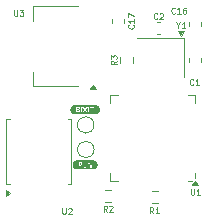
<source format=gbr>
%TF.GenerationSoftware,KiCad,Pcbnew,8.0.2-1*%
%TF.CreationDate,2024-05-28T17:37:15-06:00*%
%TF.ProjectId,magicreceiver,6d616769-6372-4656-9365-697665722e6b,rev?*%
%TF.SameCoordinates,Original*%
%TF.FileFunction,Legend,Top*%
%TF.FilePolarity,Positive*%
%FSLAX46Y46*%
G04 Gerber Fmt 4.6, Leading zero omitted, Abs format (unit mm)*
G04 Created by KiCad (PCBNEW 8.0.2-1) date 2024-05-28 17:37:15*
%MOMM*%
%LPD*%
G01*
G04 APERTURE LIST*
%ADD10C,0.100000*%
%ADD11C,0.125000*%
%ADD12C,0.000000*%
%ADD13C,0.120000*%
G04 APERTURE END LIST*
D10*
X130135829Y-145779437D02*
X129844800Y-145288000D01*
X130403600Y-145288000D01*
X130135829Y-145779437D01*
G36*
X130135829Y-145779437D02*
G01*
X129844800Y-145288000D01*
X130403600Y-145288000D01*
X130135829Y-145779437D01*
G37*
D11*
X124684809Y-147860533D02*
X124446714Y-148027199D01*
X124684809Y-148146247D02*
X124184809Y-148146247D01*
X124184809Y-148146247D02*
X124184809Y-147955771D01*
X124184809Y-147955771D02*
X124208619Y-147908152D01*
X124208619Y-147908152D02*
X124232428Y-147884342D01*
X124232428Y-147884342D02*
X124280047Y-147860533D01*
X124280047Y-147860533D02*
X124351476Y-147860533D01*
X124351476Y-147860533D02*
X124399095Y-147884342D01*
X124399095Y-147884342D02*
X124422904Y-147908152D01*
X124422904Y-147908152D02*
X124446714Y-147955771D01*
X124446714Y-147955771D02*
X124446714Y-148146247D01*
X124184809Y-147693866D02*
X124184809Y-147384342D01*
X124184809Y-147384342D02*
X124375285Y-147551009D01*
X124375285Y-147551009D02*
X124375285Y-147479580D01*
X124375285Y-147479580D02*
X124399095Y-147431961D01*
X124399095Y-147431961D02*
X124422904Y-147408152D01*
X124422904Y-147408152D02*
X124470523Y-147384342D01*
X124470523Y-147384342D02*
X124589571Y-147384342D01*
X124589571Y-147384342D02*
X124637190Y-147408152D01*
X124637190Y-147408152D02*
X124661000Y-147431961D01*
X124661000Y-147431961D02*
X124684809Y-147479580D01*
X124684809Y-147479580D02*
X124684809Y-147622437D01*
X124684809Y-147622437D02*
X124661000Y-147670056D01*
X124661000Y-147670056D02*
X124637190Y-147693866D01*
X126110390Y-144796628D02*
X126134200Y-144820437D01*
X126134200Y-144820437D02*
X126158009Y-144891866D01*
X126158009Y-144891866D02*
X126158009Y-144939485D01*
X126158009Y-144939485D02*
X126134200Y-145010913D01*
X126134200Y-145010913D02*
X126086580Y-145058532D01*
X126086580Y-145058532D02*
X126038961Y-145082342D01*
X126038961Y-145082342D02*
X125943723Y-145106151D01*
X125943723Y-145106151D02*
X125872295Y-145106151D01*
X125872295Y-145106151D02*
X125777057Y-145082342D01*
X125777057Y-145082342D02*
X125729438Y-145058532D01*
X125729438Y-145058532D02*
X125681819Y-145010913D01*
X125681819Y-145010913D02*
X125658009Y-144939485D01*
X125658009Y-144939485D02*
X125658009Y-144891866D01*
X125658009Y-144891866D02*
X125681819Y-144820437D01*
X125681819Y-144820437D02*
X125705628Y-144796628D01*
X126158009Y-144320437D02*
X126158009Y-144606151D01*
X126158009Y-144463294D02*
X125658009Y-144463294D01*
X125658009Y-144463294D02*
X125729438Y-144510913D01*
X125729438Y-144510913D02*
X125777057Y-144558532D01*
X125777057Y-144558532D02*
X125800866Y-144606151D01*
X125658009Y-144153771D02*
X125658009Y-143820438D01*
X125658009Y-143820438D02*
X126158009Y-144034723D01*
X120091247Y-160310409D02*
X120091247Y-160715171D01*
X120091247Y-160715171D02*
X120115057Y-160762790D01*
X120115057Y-160762790D02*
X120138866Y-160786600D01*
X120138866Y-160786600D02*
X120186485Y-160810409D01*
X120186485Y-160810409D02*
X120281723Y-160810409D01*
X120281723Y-160810409D02*
X120329342Y-160786600D01*
X120329342Y-160786600D02*
X120353152Y-160762790D01*
X120353152Y-160762790D02*
X120376961Y-160715171D01*
X120376961Y-160715171D02*
X120376961Y-160310409D01*
X120591248Y-160358028D02*
X120615057Y-160334219D01*
X120615057Y-160334219D02*
X120662676Y-160310409D01*
X120662676Y-160310409D02*
X120781724Y-160310409D01*
X120781724Y-160310409D02*
X120829343Y-160334219D01*
X120829343Y-160334219D02*
X120853152Y-160358028D01*
X120853152Y-160358028D02*
X120876962Y-160405647D01*
X120876962Y-160405647D02*
X120876962Y-160453266D01*
X120876962Y-160453266D02*
X120853152Y-160524695D01*
X120853152Y-160524695D02*
X120567438Y-160810409D01*
X120567438Y-160810409D02*
X120876962Y-160810409D01*
X129624971Y-143788790D02*
X129601162Y-143812600D01*
X129601162Y-143812600D02*
X129529733Y-143836409D01*
X129529733Y-143836409D02*
X129482114Y-143836409D01*
X129482114Y-143836409D02*
X129410686Y-143812600D01*
X129410686Y-143812600D02*
X129363067Y-143764980D01*
X129363067Y-143764980D02*
X129339257Y-143717361D01*
X129339257Y-143717361D02*
X129315448Y-143622123D01*
X129315448Y-143622123D02*
X129315448Y-143550695D01*
X129315448Y-143550695D02*
X129339257Y-143455457D01*
X129339257Y-143455457D02*
X129363067Y-143407838D01*
X129363067Y-143407838D02*
X129410686Y-143360219D01*
X129410686Y-143360219D02*
X129482114Y-143336409D01*
X129482114Y-143336409D02*
X129529733Y-143336409D01*
X129529733Y-143336409D02*
X129601162Y-143360219D01*
X129601162Y-143360219D02*
X129624971Y-143384028D01*
X130101162Y-143836409D02*
X129815448Y-143836409D01*
X129958305Y-143836409D02*
X129958305Y-143336409D01*
X129958305Y-143336409D02*
X129910686Y-143407838D01*
X129910686Y-143407838D02*
X129863067Y-143455457D01*
X129863067Y-143455457D02*
X129815448Y-143479266D01*
X130529733Y-143336409D02*
X130434495Y-143336409D01*
X130434495Y-143336409D02*
X130386876Y-143360219D01*
X130386876Y-143360219D02*
X130363066Y-143384028D01*
X130363066Y-143384028D02*
X130315447Y-143455457D01*
X130315447Y-143455457D02*
X130291638Y-143550695D01*
X130291638Y-143550695D02*
X130291638Y-143741171D01*
X130291638Y-143741171D02*
X130315447Y-143788790D01*
X130315447Y-143788790D02*
X130339257Y-143812600D01*
X130339257Y-143812600D02*
X130386876Y-143836409D01*
X130386876Y-143836409D02*
X130482114Y-143836409D01*
X130482114Y-143836409D02*
X130529733Y-143812600D01*
X130529733Y-143812600D02*
X130553542Y-143788790D01*
X130553542Y-143788790D02*
X130577352Y-143741171D01*
X130577352Y-143741171D02*
X130577352Y-143622123D01*
X130577352Y-143622123D02*
X130553542Y-143574504D01*
X130553542Y-143574504D02*
X130529733Y-143550695D01*
X130529733Y-143550695D02*
X130482114Y-143526885D01*
X130482114Y-143526885D02*
X130386876Y-143526885D01*
X130386876Y-143526885D02*
X130339257Y-143550695D01*
X130339257Y-143550695D02*
X130315447Y-143574504D01*
X130315447Y-143574504D02*
X130291638Y-143622123D01*
X128135866Y-144245990D02*
X128112057Y-144269800D01*
X128112057Y-144269800D02*
X128040628Y-144293609D01*
X128040628Y-144293609D02*
X127993009Y-144293609D01*
X127993009Y-144293609D02*
X127921581Y-144269800D01*
X127921581Y-144269800D02*
X127873962Y-144222180D01*
X127873962Y-144222180D02*
X127850152Y-144174561D01*
X127850152Y-144174561D02*
X127826343Y-144079323D01*
X127826343Y-144079323D02*
X127826343Y-144007895D01*
X127826343Y-144007895D02*
X127850152Y-143912657D01*
X127850152Y-143912657D02*
X127873962Y-143865038D01*
X127873962Y-143865038D02*
X127921581Y-143817419D01*
X127921581Y-143817419D02*
X127993009Y-143793609D01*
X127993009Y-143793609D02*
X128040628Y-143793609D01*
X128040628Y-143793609D02*
X128112057Y-143817419D01*
X128112057Y-143817419D02*
X128135866Y-143841228D01*
X128326343Y-143841228D02*
X128350152Y-143817419D01*
X128350152Y-143817419D02*
X128397771Y-143793609D01*
X128397771Y-143793609D02*
X128516819Y-143793609D01*
X128516819Y-143793609D02*
X128564438Y-143817419D01*
X128564438Y-143817419D02*
X128588247Y-143841228D01*
X128588247Y-143841228D02*
X128612057Y-143888847D01*
X128612057Y-143888847D02*
X128612057Y-143936466D01*
X128612057Y-143936466D02*
X128588247Y-144007895D01*
X128588247Y-144007895D02*
X128302533Y-144293609D01*
X128302533Y-144293609D02*
X128612057Y-144293609D01*
X130962447Y-158678009D02*
X130962447Y-159082771D01*
X130962447Y-159082771D02*
X130986257Y-159130390D01*
X130986257Y-159130390D02*
X131010066Y-159154200D01*
X131010066Y-159154200D02*
X131057685Y-159178009D01*
X131057685Y-159178009D02*
X131152923Y-159178009D01*
X131152923Y-159178009D02*
X131200542Y-159154200D01*
X131200542Y-159154200D02*
X131224352Y-159130390D01*
X131224352Y-159130390D02*
X131248161Y-159082771D01*
X131248161Y-159082771D02*
X131248161Y-158678009D01*
X131748162Y-159178009D02*
X131462448Y-159178009D01*
X131605305Y-159178009D02*
X131605305Y-158678009D01*
X131605305Y-158678009D02*
X131557686Y-158749438D01*
X131557686Y-158749438D02*
X131510067Y-158797057D01*
X131510067Y-158797057D02*
X131462448Y-158820866D01*
X116001847Y-143527509D02*
X116001847Y-143932271D01*
X116001847Y-143932271D02*
X116025657Y-143979890D01*
X116025657Y-143979890D02*
X116049466Y-144003700D01*
X116049466Y-144003700D02*
X116097085Y-144027509D01*
X116097085Y-144027509D02*
X116192323Y-144027509D01*
X116192323Y-144027509D02*
X116239942Y-144003700D01*
X116239942Y-144003700D02*
X116263752Y-143979890D01*
X116263752Y-143979890D02*
X116287561Y-143932271D01*
X116287561Y-143932271D02*
X116287561Y-143527509D01*
X116478038Y-143527509D02*
X116787562Y-143527509D01*
X116787562Y-143527509D02*
X116620895Y-143717985D01*
X116620895Y-143717985D02*
X116692324Y-143717985D01*
X116692324Y-143717985D02*
X116739943Y-143741795D01*
X116739943Y-143741795D02*
X116763752Y-143765604D01*
X116763752Y-143765604D02*
X116787562Y-143813223D01*
X116787562Y-143813223D02*
X116787562Y-143932271D01*
X116787562Y-143932271D02*
X116763752Y-143979890D01*
X116763752Y-143979890D02*
X116739943Y-144003700D01*
X116739943Y-144003700D02*
X116692324Y-144027509D01*
X116692324Y-144027509D02*
X116549467Y-144027509D01*
X116549467Y-144027509D02*
X116501848Y-144003700D01*
X116501848Y-144003700D02*
X116478038Y-143979890D01*
X127804666Y-160752809D02*
X127638000Y-160514714D01*
X127518952Y-160752809D02*
X127518952Y-160252809D01*
X127518952Y-160252809D02*
X127709428Y-160252809D01*
X127709428Y-160252809D02*
X127757047Y-160276619D01*
X127757047Y-160276619D02*
X127780857Y-160300428D01*
X127780857Y-160300428D02*
X127804666Y-160348047D01*
X127804666Y-160348047D02*
X127804666Y-160419476D01*
X127804666Y-160419476D02*
X127780857Y-160467095D01*
X127780857Y-160467095D02*
X127757047Y-160490904D01*
X127757047Y-160490904D02*
X127709428Y-160514714D01*
X127709428Y-160514714D02*
X127518952Y-160514714D01*
X128280857Y-160752809D02*
X127995143Y-160752809D01*
X128138000Y-160752809D02*
X128138000Y-160252809D01*
X128138000Y-160252809D02*
X128090381Y-160324238D01*
X128090381Y-160324238D02*
X128042762Y-160371857D01*
X128042762Y-160371857D02*
X127995143Y-160395666D01*
X123881866Y-160600409D02*
X123715200Y-160362314D01*
X123596152Y-160600409D02*
X123596152Y-160100409D01*
X123596152Y-160100409D02*
X123786628Y-160100409D01*
X123786628Y-160100409D02*
X123834247Y-160124219D01*
X123834247Y-160124219D02*
X123858057Y-160148028D01*
X123858057Y-160148028D02*
X123881866Y-160195647D01*
X123881866Y-160195647D02*
X123881866Y-160267076D01*
X123881866Y-160267076D02*
X123858057Y-160314695D01*
X123858057Y-160314695D02*
X123834247Y-160338504D01*
X123834247Y-160338504D02*
X123786628Y-160362314D01*
X123786628Y-160362314D02*
X123596152Y-160362314D01*
X124072343Y-160148028D02*
X124096152Y-160124219D01*
X124096152Y-160124219D02*
X124143771Y-160100409D01*
X124143771Y-160100409D02*
X124262819Y-160100409D01*
X124262819Y-160100409D02*
X124310438Y-160124219D01*
X124310438Y-160124219D02*
X124334247Y-160148028D01*
X124334247Y-160148028D02*
X124358057Y-160195647D01*
X124358057Y-160195647D02*
X124358057Y-160243266D01*
X124358057Y-160243266D02*
X124334247Y-160314695D01*
X124334247Y-160314695D02*
X124048533Y-160600409D01*
X124048533Y-160600409D02*
X124358057Y-160600409D01*
X129911505Y-144817514D02*
X129911505Y-145055609D01*
X129744839Y-144555609D02*
X129911505Y-144817514D01*
X129911505Y-144817514D02*
X130078172Y-144555609D01*
X130506743Y-145055609D02*
X130221029Y-145055609D01*
X130363886Y-145055609D02*
X130363886Y-144555609D01*
X130363886Y-144555609D02*
X130316267Y-144627038D01*
X130316267Y-144627038D02*
X130268648Y-144674657D01*
X130268648Y-144674657D02*
X130221029Y-144698466D01*
X131183866Y-149833990D02*
X131160057Y-149857800D01*
X131160057Y-149857800D02*
X131088628Y-149881609D01*
X131088628Y-149881609D02*
X131041009Y-149881609D01*
X131041009Y-149881609D02*
X130969581Y-149857800D01*
X130969581Y-149857800D02*
X130921962Y-149810180D01*
X130921962Y-149810180D02*
X130898152Y-149762561D01*
X130898152Y-149762561D02*
X130874343Y-149667323D01*
X130874343Y-149667323D02*
X130874343Y-149595895D01*
X130874343Y-149595895D02*
X130898152Y-149500657D01*
X130898152Y-149500657D02*
X130921962Y-149453038D01*
X130921962Y-149453038D02*
X130969581Y-149405419D01*
X130969581Y-149405419D02*
X131041009Y-149381609D01*
X131041009Y-149381609D02*
X131088628Y-149381609D01*
X131088628Y-149381609D02*
X131160057Y-149405419D01*
X131160057Y-149405419D02*
X131183866Y-149429228D01*
X131660057Y-149881609D02*
X131374343Y-149881609D01*
X131517200Y-149881609D02*
X131517200Y-149381609D01*
X131517200Y-149381609D02*
X131469581Y-149453038D01*
X131469581Y-149453038D02*
X131421962Y-149500657D01*
X131421962Y-149500657D02*
X131374343Y-149524466D01*
D12*
%TO.C,kibuzzard-66566A83*%
G36*
X122931168Y-151591026D02*
G01*
X122967959Y-151596483D01*
X123004038Y-151605521D01*
X123039057Y-151618051D01*
X123072679Y-151633953D01*
X123104581Y-151653074D01*
X123134454Y-151675230D01*
X123162013Y-151700207D01*
X123186990Y-151727766D01*
X123209146Y-151757639D01*
X123228267Y-151789541D01*
X123244169Y-151823163D01*
X123256699Y-151858182D01*
X123265737Y-151894261D01*
X123271194Y-151931052D01*
X123273019Y-151968200D01*
X123271194Y-152005348D01*
X123265737Y-152042139D01*
X123256699Y-152078218D01*
X123244169Y-152113237D01*
X123228267Y-152146859D01*
X123209146Y-152178761D01*
X123186990Y-152208634D01*
X123162013Y-152236193D01*
X123134454Y-152261170D01*
X123104581Y-152283326D01*
X123072679Y-152302447D01*
X123039057Y-152318349D01*
X123004038Y-152330879D01*
X122967959Y-152339917D01*
X122931168Y-152345374D01*
X122894020Y-152347199D01*
X122765021Y-152347199D01*
X122638860Y-152347199D01*
X122204650Y-152347199D01*
X121817653Y-152347199D01*
X121411306Y-152347199D01*
X121278179Y-152347199D01*
X121149180Y-152347199D01*
X121112032Y-152345374D01*
X121075241Y-152339917D01*
X121039162Y-152330879D01*
X121004143Y-152318349D01*
X120970521Y-152302447D01*
X120938619Y-152283326D01*
X120908746Y-152261170D01*
X120881187Y-152236193D01*
X120856210Y-152208634D01*
X120834054Y-152178761D01*
X120814933Y-152146859D01*
X120799031Y-152113237D01*
X120786501Y-152078218D01*
X120777463Y-152042139D01*
X120772006Y-152005348D01*
X120770181Y-151968200D01*
X120772006Y-151931052D01*
X120777463Y-151894261D01*
X120786501Y-151858182D01*
X120799031Y-151823163D01*
X120814933Y-151789541D01*
X120834054Y-151757639D01*
X120850676Y-151735228D01*
X121278179Y-151735228D01*
X121278179Y-152200398D01*
X121311654Y-152206493D01*
X121345516Y-152210847D01*
X121378992Y-152213459D01*
X121411306Y-152214330D01*
X121449522Y-152212492D01*
X121485222Y-152206977D01*
X121517343Y-152197109D01*
X121544820Y-152182209D01*
X121584680Y-152135770D01*
X121595710Y-152103165D01*
X121599386Y-152063401D01*
X121595033Y-152030893D01*
X121581972Y-151999934D01*
X121556720Y-151972844D01*
X121547626Y-151968200D01*
X121644278Y-151968200D01*
X121647060Y-152026322D01*
X121655404Y-152076849D01*
X121669312Y-152119782D01*
X121688783Y-152155120D01*
X121722881Y-152190164D01*
X121765838Y-152211191D01*
X121817653Y-152218200D01*
X121868220Y-152211191D01*
X121910532Y-152190164D01*
X121944588Y-152155120D01*
X121964228Y-152119782D01*
X121978256Y-152076849D01*
X121986674Y-152026322D01*
X121989479Y-151968200D01*
X122031275Y-151968200D01*
X122034056Y-152026322D01*
X122042401Y-152076849D01*
X122056309Y-152119782D01*
X122075780Y-152155120D01*
X122109878Y-152190164D01*
X122152835Y-152211191D01*
X122204650Y-152218200D01*
X122255217Y-152211191D01*
X122297529Y-152190164D01*
X122331585Y-152155120D01*
X122351225Y-152119782D01*
X122365253Y-152076849D01*
X122373670Y-152026322D01*
X122376476Y-151968200D01*
X122373719Y-151910078D01*
X122365447Y-151859551D01*
X122351660Y-151816618D01*
X122346944Y-151807983D01*
X122416724Y-151807983D01*
X122542885Y-151807983D01*
X122542885Y-152208138D01*
X122638860Y-152208138D01*
X122638860Y-151807983D01*
X122765021Y-151807983D01*
X122765021Y-151729036D01*
X122416724Y-151729036D01*
X122416724Y-151807983D01*
X122346944Y-151807983D01*
X122332359Y-151781280D01*
X122298475Y-151746236D01*
X122255647Y-151725209D01*
X122203876Y-151718200D01*
X122153652Y-151725209D01*
X122111340Y-151746236D01*
X122076941Y-151781280D01*
X122056962Y-151816618D01*
X122042691Y-151859551D01*
X122034129Y-151910078D01*
X122031275Y-151968200D01*
X121989479Y-151968200D01*
X121986722Y-151910078D01*
X121978450Y-151859551D01*
X121964663Y-151816618D01*
X121945362Y-151781280D01*
X121911478Y-151746236D01*
X121868650Y-151725209D01*
X121816879Y-151718200D01*
X121766655Y-151725209D01*
X121724343Y-151746236D01*
X121689944Y-151781280D01*
X121669965Y-151816618D01*
X121655694Y-151859551D01*
X121647132Y-151910078D01*
X121644278Y-151968200D01*
X121547626Y-151968200D01*
X121515795Y-151951946D01*
X121560300Y-151910150D01*
X121572780Y-151881900D01*
X121576941Y-151849779D01*
X121569975Y-151804887D01*
X121543659Y-151764253D01*
X121490253Y-151734841D01*
X121451167Y-151726424D01*
X121402018Y-151723618D01*
X121337776Y-151727101D01*
X121278179Y-151735228D01*
X120850676Y-151735228D01*
X120856210Y-151727766D01*
X120881187Y-151700207D01*
X120908746Y-151675230D01*
X120938619Y-151653074D01*
X120970521Y-151633953D01*
X121004143Y-151618051D01*
X121039162Y-151605521D01*
X121075241Y-151596483D01*
X121112032Y-151591026D01*
X121149180Y-151589201D01*
X121278179Y-151589201D01*
X122765021Y-151589201D01*
X122894020Y-151589201D01*
X122931168Y-151591026D01*
G37*
G36*
X122243349Y-151814175D02*
G01*
X122266182Y-151849779D01*
X122277018Y-151902798D01*
X122279050Y-151934435D01*
X122279727Y-151968200D01*
X122279050Y-152001869D01*
X122277018Y-152033215D01*
X122266182Y-152086234D01*
X122242962Y-152122225D01*
X122203876Y-152135383D01*
X122164402Y-152122225D01*
X122141569Y-152086621D01*
X122130733Y-152033602D01*
X122128701Y-152001965D01*
X122128024Y-151968200D01*
X122128701Y-151934531D01*
X122130733Y-151903185D01*
X122141569Y-151850166D01*
X122164402Y-151814175D01*
X122203876Y-151801017D01*
X122243349Y-151814175D01*
G37*
G36*
X121856352Y-151814175D02*
G01*
X121879185Y-151849779D01*
X121890021Y-151902798D01*
X121892053Y-151934435D01*
X121892730Y-151968200D01*
X121892053Y-152001869D01*
X121890021Y-152033215D01*
X121879185Y-152086234D01*
X121855965Y-152122225D01*
X121816879Y-152135383D01*
X121777405Y-152122225D01*
X121754572Y-152086621D01*
X121743736Y-152033602D01*
X121741704Y-152001965D01*
X121741027Y-151968200D01*
X121741704Y-151934531D01*
X121743736Y-151903185D01*
X121754572Y-151850166D01*
X121777405Y-151814175D01*
X121816879Y-151801017D01*
X121856352Y-151814175D01*
G37*
G36*
X121483674Y-152013479D02*
G01*
X121505733Y-152063401D01*
X121497993Y-152097844D01*
X121478256Y-152118742D01*
X121450780Y-152128804D01*
X121419046Y-152131513D01*
X121395439Y-152130739D01*
X121373380Y-152128417D01*
X121373380Y-151998386D01*
X121424464Y-151998386D01*
X121483674Y-152013479D01*
G37*
G36*
X121442266Y-151808370D02*
G01*
X121463937Y-151816110D01*
X121478643Y-151832364D01*
X121484061Y-151859841D01*
X121465485Y-151903572D01*
X121410532Y-151919438D01*
X121373380Y-151919438D01*
X121373380Y-151809531D01*
X121394278Y-151807209D01*
X121416724Y-151806435D01*
X121442266Y-151808370D01*
G37*
%TO.C,kibuzzard-66566A5E*%
G36*
X121633689Y-156480024D02*
G01*
X121660880Y-156493521D01*
X121678486Y-156516604D01*
X121684354Y-156549859D01*
X121662445Y-156604241D01*
X121633689Y-156618619D01*
X121591240Y-156623412D01*
X121570113Y-156623412D01*
X121570113Y-156477872D01*
X121585763Y-156475916D01*
X121599065Y-156475525D01*
X121633689Y-156480024D01*
G37*
G36*
X122737030Y-156263220D02*
G01*
X122773958Y-156268697D01*
X122810171Y-156277768D01*
X122845320Y-156290345D01*
X122879068Y-156306306D01*
X122911089Y-156325499D01*
X122941074Y-156347737D01*
X122968735Y-156372808D01*
X122993805Y-156400469D01*
X123016044Y-156430454D01*
X123035236Y-156462475D01*
X123051198Y-156496223D01*
X123063775Y-156531372D01*
X123072846Y-156567585D01*
X123078323Y-156604513D01*
X123080155Y-156641800D01*
X123078323Y-156679087D01*
X123072846Y-156716015D01*
X123063775Y-156752228D01*
X123051198Y-156787377D01*
X123035236Y-156821125D01*
X123016044Y-156853146D01*
X122993805Y-156883131D01*
X122968735Y-156910792D01*
X122941074Y-156935863D01*
X122911089Y-156958101D01*
X122879068Y-156977294D01*
X122845320Y-156993255D01*
X122810171Y-157005832D01*
X122773958Y-157014903D01*
X122737030Y-157020380D01*
X122699743Y-157022212D01*
X122569331Y-157022212D01*
X122491866Y-157022212D01*
X122016905Y-157022212D01*
X121814245Y-157022212D01*
X121473869Y-157022212D01*
X121343457Y-157022212D01*
X121306170Y-157020380D01*
X121269242Y-157014903D01*
X121233029Y-157005832D01*
X121197880Y-156993255D01*
X121164132Y-156977294D01*
X121132111Y-156958101D01*
X121102126Y-156935863D01*
X121074465Y-156910792D01*
X121049395Y-156883131D01*
X121027156Y-156853146D01*
X121007964Y-156821125D01*
X120992002Y-156787377D01*
X120979425Y-156752228D01*
X120970354Y-156716015D01*
X120964877Y-156679087D01*
X120963045Y-156641800D01*
X120964877Y-156604513D01*
X120970354Y-156567585D01*
X120979425Y-156531372D01*
X120992002Y-156496223D01*
X121007964Y-156462475D01*
X121027156Y-156430454D01*
X121046539Y-156404320D01*
X121473869Y-156404320D01*
X121473869Y-156881628D01*
X121570113Y-156881628D01*
X121570113Y-156703224D01*
X121620192Y-156703224D01*
X121646698Y-156747532D01*
X121671444Y-156791252D01*
X121693842Y-156835560D01*
X121713306Y-156881628D01*
X121814245Y-156881628D01*
X121791944Y-156830376D01*
X121764949Y-156776385D01*
X121735997Y-156724742D01*
X121724484Y-156706354D01*
X121853368Y-156706354D01*
X121855325Y-156746651D01*
X121861193Y-156783036D01*
X121871756Y-156814922D01*
X121887797Y-156841722D01*
X121938267Y-156878889D01*
X121973771Y-156888572D01*
X122016905Y-156891800D01*
X122060724Y-156888572D01*
X122086536Y-156881628D01*
X122250082Y-156881628D01*
X122336936Y-156881628D01*
X122336936Y-156560032D01*
X122366018Y-156613718D01*
X122393796Y-156667317D01*
X122420270Y-156720830D01*
X122445439Y-156774342D01*
X122469305Y-156827942D01*
X122491866Y-156881628D01*
X122569331Y-156881628D01*
X122569331Y-156397277D01*
X122482476Y-156397277D01*
X122482476Y-156695399D01*
X122468685Y-156664883D01*
X122452351Y-156629672D01*
X122433963Y-156591526D01*
X122414010Y-156552207D01*
X122392981Y-156512203D01*
X122371365Y-156472003D01*
X122349456Y-156433173D01*
X122327547Y-156397277D01*
X122250082Y-156397277D01*
X122250082Y-156881628D01*
X122086536Y-156881628D01*
X122096717Y-156878889D01*
X122125669Y-156863142D01*
X122148361Y-156841722D01*
X122164988Y-156814922D01*
X122175747Y-156783036D01*
X122181616Y-156746651D01*
X122183572Y-156706354D01*
X122183572Y-156397277D01*
X122087328Y-156397277D01*
X122087328Y-156699312D01*
X122084198Y-156750564D01*
X122073243Y-156784210D01*
X122052116Y-156802598D01*
X122018470Y-156808075D01*
X121984824Y-156802598D01*
X121964088Y-156784601D01*
X121953525Y-156751346D01*
X121950395Y-156700094D01*
X121950395Y-156397277D01*
X121853368Y-156397277D01*
X121853368Y-156706354D01*
X121724484Y-156706354D01*
X121707828Y-156679750D01*
X121742062Y-156657645D01*
X121764949Y-156627324D01*
X121777860Y-156590939D01*
X121782163Y-156550642D01*
X121778936Y-156512594D01*
X121769253Y-156479828D01*
X121732085Y-156430141D01*
X121705481Y-156413122D01*
X121674182Y-156401190D01*
X121638580Y-156394147D01*
X121599065Y-156391800D01*
X121571678Y-156392582D01*
X121538814Y-156394539D01*
X121504777Y-156398451D01*
X121473869Y-156404320D01*
X121046539Y-156404320D01*
X121049395Y-156400469D01*
X121074465Y-156372808D01*
X121102126Y-156347737D01*
X121132111Y-156325499D01*
X121164132Y-156306306D01*
X121197880Y-156290345D01*
X121233029Y-156277768D01*
X121269242Y-156268697D01*
X121306170Y-156263220D01*
X121343457Y-156261388D01*
X121473869Y-156261388D01*
X122569331Y-156261388D01*
X122699743Y-156261388D01*
X122737030Y-156263220D01*
G37*
D13*
%TO.C,R3*%
X125001700Y-147527742D02*
X125001700Y-148002258D01*
X126046700Y-147527742D02*
X126046700Y-148002258D01*
%TO.C,C17*%
X124254800Y-144334620D02*
X124254800Y-144615780D01*
X125274800Y-144334620D02*
X125274800Y-144615780D01*
%TO.C,U2*%
X115359600Y-152780600D02*
X115619600Y-152780600D01*
X115359600Y-155505600D02*
X115359600Y-152780600D01*
X115359600Y-155505600D02*
X115359600Y-158230600D01*
X115359600Y-158230600D02*
X115619600Y-158230600D01*
X120809600Y-152780600D02*
X120549600Y-152780600D01*
X120809600Y-155505600D02*
X120809600Y-152780600D01*
X120809600Y-155505600D02*
X120809600Y-158230600D01*
X120809600Y-158230600D02*
X120549600Y-158230600D01*
X115619600Y-159013100D02*
X115289600Y-159253100D01*
X115289600Y-158773100D01*
X115619600Y-159013100D01*
G36*
X115619600Y-159013100D02*
G01*
X115289600Y-159253100D01*
X115289600Y-158773100D01*
X115619600Y-159013100D01*
G37*
%TO.C,C16*%
X130808000Y-144869780D02*
X130808000Y-144588620D01*
X131828000Y-144869780D02*
X131828000Y-144588620D01*
%TO.C,C2*%
X128370181Y-144574800D02*
X128089019Y-144574800D01*
X128370181Y-145594800D02*
X128089019Y-145594800D01*
%TO.C,TP4*%
X122772400Y-153263600D02*
G75*
G02*
X121372400Y-153263600I-700000J0D01*
G01*
X121372400Y-153263600D02*
G75*
G02*
X122772400Y-153263600I700000J0D01*
G01*
%TO.C,U1*%
X124128500Y-150762000D02*
X124128500Y-151412000D01*
X124128500Y-157982000D02*
X124128500Y-157332000D01*
X124778500Y-150762000D02*
X124128500Y-150762000D01*
X124778500Y-157982000D02*
X124128500Y-157982000D01*
X130698500Y-150762000D02*
X131348500Y-150762000D01*
X130698500Y-157982000D02*
X131048500Y-157982000D01*
X131348500Y-150762000D02*
X131348500Y-151412000D01*
X131348500Y-157332000D02*
X131348500Y-157742000D01*
X131588500Y-158312000D02*
X131108500Y-158312000D01*
X131348500Y-157982000D01*
X131588500Y-158312000D01*
G36*
X131588500Y-158312000D02*
G01*
X131108500Y-158312000D01*
X131348500Y-157982000D01*
X131588500Y-158312000D01*
G37*
%TO.C,TP3*%
X122772400Y-155346400D02*
G75*
G02*
X121372400Y-155346400I-700000J0D01*
G01*
X121372400Y-155346400D02*
G75*
G02*
X122772400Y-155346400I700000J0D01*
G01*
%TO.C,U3*%
X117622400Y-143186700D02*
X117622400Y-144446700D01*
X117622400Y-150006700D02*
X117622400Y-148746700D01*
X121382400Y-143186700D02*
X117622400Y-143186700D01*
X121382400Y-150006700D02*
X117622400Y-150006700D01*
X122902400Y-150236700D02*
X122422400Y-150236700D01*
X122662400Y-149906700D01*
X122902400Y-150236700D01*
G36*
X122902400Y-150236700D02*
G01*
X122422400Y-150236700D01*
X122662400Y-149906700D01*
X122902400Y-150236700D01*
G37*
%TO.C,R1*%
X127689342Y-158837100D02*
X128163858Y-158837100D01*
X127689342Y-159882100D02*
X128163858Y-159882100D01*
%TO.C,R2*%
X123727942Y-158735500D02*
X124202458Y-158735500D01*
X123727942Y-159780500D02*
X124202458Y-159780500D01*
%TO.C,Y1*%
X130427600Y-145935800D02*
X126427600Y-145935800D01*
X130427600Y-149235800D02*
X130427600Y-145935800D01*
%TO.C,C1*%
X130805400Y-147636619D02*
X130805400Y-147917781D01*
X131825400Y-147636619D02*
X131825400Y-147917781D01*
%TD*%
M02*

</source>
